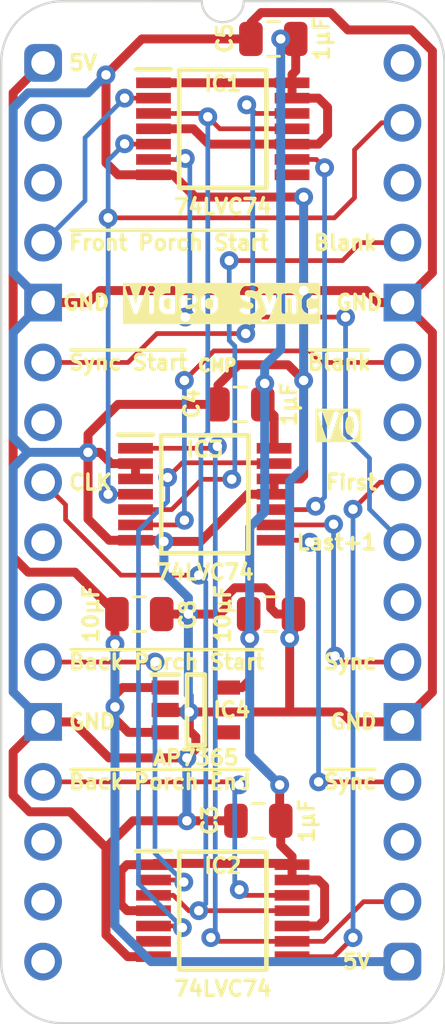
<source format=kicad_pcb>
(kicad_pcb (version 20241229) (generator "pcbnew") (generator_version "9.0")
  (title_block (title "Blank and Sync") (date "2024-02-25") (rev "V0"))
  (layers (0 "F.Cu" signal) (2 "B.Cu" signal) (13 "F.Paste" user) (15 "B.Paste" user) (5 "F.SilkS" user "F.Silkscreen") (7 "B.SilkS" user "B.Silkscreen") (1 "F.Mask" user) (3 "B.Mask" user) (25 "Edge.Cuts" user))
  (net 0 "")
  (net 1 "GND")
  (net 2 "5V")
  (net 3 "/3.3V")
  (net 5 "~{Sync Start} _{CMP}")
  (net 12 "Last + 1")
  (net 14 "/~{Sync Start}")
  (net 15 "~{Front Porch Start}")
  (net 16 "CLK")
  (net 17 "/~{Back Porch Start}")
  (net 19 "~{Front Porch Start} _{CMP}")
  (net 20 "~{Back Porch End}")
  (net 21 "~{Back Porch Start} _{CMP}")
  (net 22 "~{Back Porch End} _{CMP}")
  (net 23 "First")
  (net 24 "~{Sync}")
  (net 32 "~{Blank}")
  (net 33 "Sync")
  (net 34 "Blank")
  (footprint "SamacSys_Parts:C_0805" (layer "F.Cu") (at 9.652 23.368 -90)
    (property "Reference" "C10" (hide yes))
    (property "Value" "10µF" (at 0 2.032 90) (layer "F.SilkS") (effects (font (size 0.635 0.635))))
    (fp_line (start -0.735 0.245252) (end -0.735 -0.277252) (stroke (width 0.12)) (layer "F.SilkS"))
    (fp_line (start 0.735 0.245252) (end 0.735 -0.277252) (stroke (width 0.12)) (layer "F.SilkS"))
    (pad "1" smd roundrect (at 0 0.934) (size 1 1.45) (layers "F.Cu" "F.Mask" "F.Paste") (net 3 "/3.3V"))
    (pad "2" smd roundrect (at 0 -0.966) (size 1 1.45) (layers "F.Cu" "F.Mask" "F.Paste") (net 1 "GND"))
  )
  (footprint "SamacSys_Parts:C_0805" (layer "F.Cu") (at 9.144 32.131 90)
    (property "Reference" "C3" (at 0.027 -2.075 90) (layer "F.SilkS") (effects (font (size 0.635 0.635))))
    (property "Value" "1μF" (at 0 2.032 90) (layer "F.SilkS") (effects (font (size 0.635 0.635))))
    (fp_line (start 0.735 0.245252) (end 0.735 -0.277252) (stroke (width 0.12)) (layer "F.SilkS"))
    (fp_line (start -0.735 0.245252) (end -0.735 -0.277252) (stroke (width 0.12)) (layer "F.SilkS"))
    (pad "1" smd roundrect (at 0 0.934 180) (size 1 1.45) (layers "F.Cu" "F.Mask" "F.Paste") (net 3 "/3.3V"))
    (pad "2" smd roundrect (at 0 -0.966 180) (size 1 1.45) (layers "F.Cu" "F.Mask" "F.Paste") (net 1 "GND"))
  )
  (footprint "SamacSys_Parts:SOP65P640X110-14N" (layer "F.Cu") (at 7.62 2.794)
    (property "Reference" "IC1" (at 0 -1.905 0) (layer "F.SilkS") (effects (font (size 0.635 0.635))))
    (property "Value" "74LVC74APW,118" (hide yes))
    (fp_line (start -3.675 -2.525) (end -2.2 -2.525) (stroke (width 0.2)) (layer "F.SilkS"))
    (fp_line (start -1.85 -2.5) (end 1.85 -2.5) (stroke (width 0.2)) (layer "F.SilkS"))
    (fp_line (start -1.85 2.5) (end -1.85 -2.5) (stroke (width 0.2)) (layer "F.SilkS"))
    (fp_line (start 1.85 -2.5) (end 1.85 2.5) (stroke (width 0.2)) (layer "F.SilkS"))
    (fp_line (start 1.85 2.5) (end -1.85 2.5) (stroke (width 0.2)) (layer "F.SilkS"))
    (fp_text user "${Silkscreen}" (at 0 3.302 0) (layer "F.SilkS") (effects (font (size 0.635 0.635))))
    (pad "1" smd rect (at -2.938 -1.95 90) (size 0.45 1.475) (layers "F.Cu" "F.Mask" "F.Paste") (net 3 "/3.3V"))
    (pad "2" smd rect (at -2.938 -1.3 90) (size 0.45 1.475) (layers "F.Cu" "F.Mask" "F.Paste") (net 19 "~{Front Porch Start} _{CMP}"))
    (pad "3" smd rect (at -2.938 -0.65 90) (size 0.45 1.475) (layers "F.Cu" "F.Mask" "F.Paste") (net 16 "CLK"))
    (pad "4" smd rect (at -2.938 0 90) (size 0.45 1.475) (layers "F.Cu" "F.Mask" "F.Paste") (net 3 "/3.3V"))
    (pad "5" smd rect (at -2.938 0.65 90) (size 0.45 1.475) (layers "F.Cu" "F.Mask" "F.Paste") (net 15 "~{Front Porch Start}"))
    (pad "6" smd rect (at -2.938 1.3 90) (size 0.45 1.475) (layers "F.Cu" "F.Mask" "F.Paste") (net 12 "Last + 1"))
    (pad "7" smd rect (at -2.938 1.95 90) (size 0.45 1.475) (layers "F.Cu" "F.Mask" "F.Paste") (net 1 "GND"))
    (pad "8" smd rect (at 2.938 1.95 90) (size 0.45 1.475) (layers "F.Cu" "F.Mask" "F.Paste"))
    (pad "9" smd rect (at 2.938 1.3 90) (size 0.45 1.475) (layers "F.Cu" "F.Mask" "F.Paste") (net 14 "/~{Sync Start}"))
    (pad "10" smd rect (at 2.938 0.65 90) (size 0.45 1.475) (layers "F.Cu" "F.Mask" "F.Paste") (net 3 "/3.3V"))
    (pad "11" smd rect (at 2.938 0 90) (size 0.45 1.475) (layers "F.Cu" "F.Mask" "F.Paste") (net 16 "CLK"))
    (pad "12" smd rect (at 2.938 -0.65 90) (size 0.45 1.475) (layers "F.Cu" "F.Mask" "F.Paste") (net 5 "~{Sync Start} _{CMP}"))
    (pad "13" smd rect (at 2.938 -1.3 90) (size 0.45 1.475) (layers "F.Cu" "F.Mask" "F.Paste") (net 3 "/3.3V"))
    (pad "14" smd rect (at 2.938 -1.95 90) (size 0.45 1.475) (layers "F.Cu" "F.Mask" "F.Paste") (net 3 "/3.3V"))
  )
  (footprint "SamacSys_Parts:DIP-32_Board_W15.24mm" (layer "F.Cu") (at 0 0)
    (property "Reference" "J1" (hide yes))
    (property "Value" "Conn_02x16_Counter_Clockwise" (hide yes))
    (fp_line (start -1.778 38.1) (end -1.778 0) (stroke (width 0.1)) (layer "Edge.Cuts"))
    (fp_line (start 6.731 -2.6162) (end 0.835732 -2.613732) (stroke (width 0.1)) (layer "Edge.Cuts"))
    (fp_line (start 14.404267 -2.613733) (end 8.509 -2.6162) (stroke (width 0.1)) (layer "Edge.Cuts"))
    (fp_line (start 14.404268 40.713732) (end 0.835733 40.713733) (stroke (width 0.1)) (layer "Edge.Cuts"))
    (fp_line (start 17.018 38.1) (end 17.017999 -0.000001) (stroke (width 0.1)) (layer "Edge.Cuts"))
    (fp_arc (start -1.778 0) (mid -1.012456 -1.848188) (end 0.835732 -2.613732) (stroke (width 0.1)) (layer "Edge.Cuts"))
    (fp_arc (start 0.835733 40.713733) (mid -1.012457 39.94819) (end -1.778 38.1) (stroke (width 0.1)) (layer "Edge.Cuts"))
    (fp_arc (start 8.509 -2.6162) (mid 7.62 -1.7272) (end 6.731 -2.6162) (stroke (width 0.1)) (layer "Edge.Cuts"))
    (fp_arc (start 14.404267 -2.613733) (mid 16.25245 -1.848186) (end 17.017999 -0.000001) (stroke (width 0.1)) (layer "Edge.Cuts"))
    (fp_arc (start 17.018 38.1) (mid 16.252456 39.948187) (end 14.404268 40.713732) (stroke (width 0.1)) (layer "Edge.Cuts"))
    (pad "1" thru_hole roundrect (at 0 0) (size 1.6 1.6) (drill 1) (layers "*.Cu" "*.Mask") (net 2 "5V"))
    (pad "2" thru_hole oval (at 0 2.54) (size 1.6 1.6) (drill 1) (layers "*.Cu" "*.Mask"))
    (pad "3" thru_hole oval (at 0 5.08) (size 1.6 1.6) (drill 1) (layers "*.Cu" "*.Mask"))
    (pad "4" thru_hole oval (at 0 7.62) (size 1.6 1.6) (drill 1) (layers "*.Cu" "*.Mask") (net 19 "~{Front Porch Start} _{CMP}"))
    (pad "5" thru_hole rect (at 0 10.16) (size 1.6 1.6) (drill 1) (layers "*.Cu" "*.Mask") (net 1 "GND"))
    (pad "6" thru_hole oval (at 0 12.7) (size 1.6 1.6) (drill 1) (layers "*.Cu" "*.Mask") (net 5 "~{Sync Start} _{CMP}"))
    (pad "7" thru_hole oval (at 0 15.24) (size 1.6 1.6) (drill 1) (layers "*.Cu" "*.Mask"))
    (pad "8" thru_hole oval (at 0 17.78) (size 1.6 1.6) (drill 1) (layers "*.Cu" "*.Mask") (net 16 "CLK"))
    (pad "9" thru_hole oval (at 0 20.32) (size 1.6 1.6) (drill 1) (layers "*.Cu" "*.Mask"))
    (pad "10" thru_hole oval (at 0 22.86) (size 1.6 1.6) (drill 1) (layers "*.Cu" "*.Mask"))
    (pad "11" thru_hole oval (at 0 25.4) (size 1.6 1.6) (drill 1) (layers "*.Cu" "*.Mask") (net 21 "~{Back Porch Start} _{CMP}"))
    (pad "12" thru_hole rect (at 0 27.94) (size 1.6 1.6) (drill 1) (layers "*.Cu" "*.Mask") (net 1 "GND"))
    (pad "13" thru_hole oval (at 0 30.48) (size 1.6 1.6) (drill 1) (layers "*.Cu" "*.Mask") (net 22 "~{Back Porch End} _{CMP}"))
    (pad "14" thru_hole oval (at 0 33.02) (size 1.6 1.6) (drill 1) (layers "*.Cu" "*.Mask"))
    (pad "15" thru_hole oval (at 0 35.56) (size 1.6 1.6) (drill 1) (layers "*.Cu" "*.Mask"))
    (pad "16" thru_hole oval (at 0 38.1) (size 1.6 1.6) (drill 1) (layers "*.Cu" "*.Mask"))
    (pad "17" thru_hole roundrect (at 15.24 38.1) (size 1.6 1.6) (drill 1) (layers "*.Cu" "*.Mask") (net 2 "5V"))
    (pad "18" thru_hole oval (at 15.24 35.56 180) (size 1.6 1.6) (drill 1) (layers "*.Cu" "*.Mask") (net 20 "~{Back Porch End}"))
    (pad "19" thru_hole oval (at 15.24 33.02 180) (size 1.6 1.6) (drill 1) (layers "*.Cu" "*.Mask"))
    (pad "20" thru_hole oval (at 15.24 30.48 180) (size 1.6 1.6) (drill 1) (layers "*.Cu" "*.Mask") (net 24 "~{Sync}"))
    (pad "21" thru_hole rect (at 15.24 27.94) (size 1.6 1.6) (drill 1) (layers "*.Cu" "*.Mask") (net 1 "GND"))
    (pad "22" thru_hole oval (at 15.24 25.4) (size 1.6 1.6) (drill 1) (layers "*.Cu" "*.Mask") (net 33 "Sync"))
    (pad "23" thru_hole oval (at 15.24 22.86) (size 1.6 1.6) (drill 1) (layers "*.Cu" "*.Mask"))
    (pad "24" thru_hole oval (at 15.24 20.32) (size 1.6 1.6) (drill 1) (layers "*.Cu" "*.Mask") (net 12 "Last + 1"))
    (pad "25" thru_hole oval (at 15.24 17.78) (size 1.6 1.6) (drill 1) (layers "*.Cu" "*.Mask") (net 23 "First"))
    (pad "26" thru_hole oval (at 15.24 15.24) (size 1.6 1.6) (drill 1) (layers "*.Cu" "*.Mask"))
    (pad "27" thru_hole oval (at 15.24 12.7) (size 1.6 1.6) (drill 1) (layers "*.Cu" "*.Mask") (net 32 "~{Blank}"))
    (pad "28" thru_hole rect (at 15.24 10.16) (size 1.6 1.6) (drill 1) (layers "*.Cu" "*.Mask") (net 1 "GND"))
    (pad "29" thru_hole oval (at 15.24 7.62) (size 1.6 1.6) (drill 1) (layers "*.Cu" "*.Mask") (net 34 "Blank"))
    (pad "30" thru_hole oval (at 15.24 5.08) (size 1.6 1.6) (drill 1) (layers "*.Cu" "*.Mask"))
    (pad "31" thru_hole oval (at 15.24 2.54) (size 1.6 1.6) (drill 1) (layers "*.Cu" "*.Mask") (net 15 "~{Front Porch Start}"))
    (pad "32" thru_hole oval (at 15.24 0) (size 1.6 1.6) (drill 1) (layers "*.Cu" "*.Mask"))
  )
  (footprint "SamacSys_Parts:C_0805" (layer "F.Cu") (at 9.779 -1.016 90)
    (property "Reference" "C5" (at 0.027 -2.075 90) (layer "F.SilkS") (effects (font (size 0.635 0.635))))
    (property "Value" "1μF" (at 0 2.032 90) (layer "F.SilkS") (effects (font (size 0.635 0.635))))
    (fp_line (start 0.735 0.245252) (end 0.735 -0.277252) (stroke (width 0.12)) (layer "F.SilkS"))
    (fp_line (start -0.735 0.245252) (end -0.735 -0.277252) (stroke (width 0.12)) (layer "F.SilkS"))
    (pad "1" smd roundrect (at 0 0.934 180) (size 1 1.45) (layers "F.Cu" "F.Mask" "F.Paste") (net 3 "/3.3V"))
    (pad "2" smd roundrect (at 0 -0.966 180) (size 1 1.45) (layers "F.Cu" "F.Mask" "F.Paste") (net 1 "GND"))
  )
  (footprint "SamacSys_Parts:SOT95P285X130-5N" (layer "F.Cu") (at 6.477 27.432)
    (property "Reference" "IC4" (at 1.524 0 0) (layer "F.SilkS") (effects (font (size 0.635 0.635))))
    (property "Value" "AP7365-33WG-7" (hide yes))
    (fp_line (start -1.875 -1.5) (end -0.725 -1.5) (stroke (width 0.2)) (layer "F.SilkS"))
    (fp_line (start -0.375 -1.5) (end 0.375 -1.5) (stroke (width 0.2)) (layer "F.SilkS"))
    (fp_line (start -0.375 1.5) (end -0.375 -1.5) (stroke (width 0.2)) (layer "F.SilkS"))
    (fp_line (start 0.375 -1.5) (end 0.375 1.5) (stroke (width 0.2)) (layer "F.SilkS"))
    (fp_line (start 0.375 1.5) (end -0.375 1.5) (stroke (width 0.2)) (layer "F.SilkS"))
    (fp_text user "${Silkscreen}" (at 0 2.032 0) (layer "F.SilkS") (effects (font (size 0.635 0.635))))
    (pad "1" smd rect (at -1.3 -0.95 90) (size 0.6 1.15) (layers "F.Cu" "F.Mask" "F.Paste") (net 2 "5V"))
    (pad "2" smd rect (at -1.3 0 90) (size 0.6 1.15) (layers "F.Cu" "F.Mask" "F.Paste") (net 1 "GND"))
    (pad "3" smd rect (at -1.3 0.95 90) (size 0.6 1.15) (layers "F.Cu" "F.Mask" "F.Paste") (net 2 "5V"))
    (pad "4" smd rect (at 1.3 0.95 90) (size 0.6 1.15) (layers "F.Cu" "F.Mask" "F.Paste"))
    (pad "5" smd rect (at 1.3 -0.95 90) (size 0.6 1.15) (layers "F.Cu" "F.Mask" "F.Paste") (net 3 "/3.3V"))
  )
  (footprint "SamacSys_Parts:SOP65P640X110-14N" (layer "F.Cu") (at 6.858 18.288)
    (property "Reference" "IC3" (at 0 -1.905 0) (layer "F.SilkS") (effects (font (size 0.635 0.635))))
    (property "Value" "74LVC74APW,118" (hide yes))
    (fp_line (start -3.675 -2.525) (end -2.2 -2.525) (stroke (width 0.2)) (layer "F.SilkS"))
    (fp_line (start -1.85 -2.5) (end 1.85 -2.5) (stroke (width 0.2)) (layer "F.SilkS"))
    (fp_line (start -1.85 2.5) (end -1.85 -2.5) (stroke (width 0.2)) (layer "F.SilkS"))
    (fp_line (start 1.85 -2.5) (end 1.85 2.5) (stroke (width 0.2)) (layer "F.SilkS"))
    (fp_line (start 1.85 2.5) (end -1.85 2.5) (stroke (width 0.2)) (layer "F.SilkS"))
    (fp_text user "${Silkscreen}" (at 0 3.302 0) (layer "F.SilkS") (effects (font (size 0.635 0.635))))
    (pad "1" smd rect (at -2.938 -1.95 90) (size 0.45 1.475) (layers "F.Cu" "F.Mask" "F.Paste") (net 20 "~{Back Porch End}"))
    (pad "2" smd rect (at -2.938 -1.3 90) (size 0.45 1.475) (layers "F.Cu" "F.Mask" "F.Paste") (net 1 "GND"))
    (pad "3" smd rect (at -2.938 -0.65 90) (size 0.45 1.475) (layers "F.Cu" "F.Mask" "F.Paste") (net 1 "GND"))
    (pad "4" smd rect (at -2.938 0 90) (size 0.45 1.475) (layers "F.Cu" "F.Mask" "F.Paste") (net 15 "~{Front Porch Start}"))
    (pad "5" smd rect (at -2.938 0.65 90) (size 0.45 1.475) (layers "F.Cu" "F.Mask" "F.Paste") (net 34 "Blank"))
    (pad "6" smd rect (at -2.938 1.3 90) (size 0.45 1.475) (layers "F.Cu" "F.Mask" "F.Paste") (net 32 "~{Blank}"))
    (pad "7" smd rect (at -2.938 1.95 90) (size 0.45 1.475) (layers "F.Cu" "F.Mask" "F.Paste") (net 1 "GND"))
    (pad "8" smd rect (at 2.938 1.95 90) (size 0.45 1.475) (layers "F.Cu" "F.Mask" "F.Paste") (net 24 "~{Sync}"))
    (pad "9" smd rect (at 2.938 1.3 90) (size 0.45 1.475) (layers "F.Cu" "F.Mask" "F.Paste") (net 33 "Sync"))
    (pad "10" smd rect (at 2.938 0.65 90) (size 0.45 1.475) (layers "F.Cu" "F.Mask" "F.Paste") (net 14 "/~{Sync Start}"))
    (pad "11" smd rect (at 2.938 0 90) (size 0.45 1.475) (layers "F.Cu" "F.Mask" "F.Paste") (net 1 "GND"))
    (pad "12" smd rect (at 2.938 -0.65 90) (size 0.45 1.475) (layers "F.Cu" "F.Mask" "F.Paste") (net 1 "GND"))
    (pad "13" smd rect (at 2.938 -1.3 90) (size 0.45 1.475) (layers "F.Cu" "F.Mask" "F.Paste") (net 17 "/~{Back Porch Start}"))
    (pad "14" smd rect (at 2.938 -1.95 90) (size 0.45 1.475) (layers "F.Cu" "F.Mask" "F.Paste") (net 3 "/3.3V"))
  )
  (footprint "SamacSys_Parts:C_0805" (layer "F.Cu") (at 8.382 14.478 90)
    (property "Reference" "C4" (at 0.027 -2.075 90) (layer "F.SilkS") (effects (font (size 0.635 0.635))))
    (property "Value" "1μF" (at 0 2.032 90) (layer "F.SilkS") (effects (font (size 0.635 0.635))))
    (fp_line (start 0.735 0.245252) (end 0.735 -0.277252) (stroke (width 0.12)) (layer "F.SilkS"))
    (fp_line (start -0.735 0.245252) (end -0.735 -0.277252) (stroke (width 0.12)) (layer "F.SilkS"))
    (pad "1" smd roundrect (at 0 0.934 180) (size 1 1.45) (layers "F.Cu" "F.Mask" "F.Paste") (net 3 "/3.3V"))
    (pad "2" smd roundrect (at 0 -0.966 180) (size 1 1.45) (layers "F.Cu" "F.Mask" "F.Paste") (net 1 "GND"))
  )
  (footprint "SamacSys_Parts:SOP65P640X110-14N" (layer "F.Cu") (at 7.62 35.941)
    (property "Reference" "IC2" (at 0 -1.905 0) (layer "F.SilkS") (effects (font (size 0.635 0.635))))
    (property "Value" "74LVC74APW,118" (hide yes))
    (fp_line (start -3.675 -2.525) (end -2.2 -2.525) (stroke (width 0.2)) (layer "F.SilkS"))
    (fp_line (start -1.85 -2.5) (end 1.85 -2.5) (stroke (width 0.2)) (layer "F.SilkS"))
    (fp_line (start -1.85 2.5) (end -1.85 -2.5) (stroke (width 0.2)) (layer "F.SilkS"))
    (fp_line (start 1.85 -2.5) (end 1.85 2.5) (stroke (width 0.2)) (layer "F.SilkS"))
    (fp_line (start 1.85 2.5) (end -1.85 2.5) (stroke (width 0.2)) (layer "F.SilkS"))
    (fp_text user "${Silkscreen}" (at 0 3.302 0) (layer "F.SilkS") (effects (font (size 0.635 0.635))))
    (pad "1" smd rect (at -2.938 -1.95 90) (size 0.45 1.475) (layers "F.Cu" "F.Mask" "F.Paste") (net 3 "/3.3V"))
    (pad "2" smd rect (at -2.938 -1.3 90) (size 0.45 1.475) (layers "F.Cu" "F.Mask" "F.Paste") (net 21 "~{Back Porch Start} _{CMP}"))
    (pad "3" smd rect (at -2.938 -0.65 90) (size 0.45 1.475) (layers "F.Cu" "F.Mask" "F.Paste") (net 16 "CLK"))
    (pad "4" smd rect (at -2.938 0 90) (size 0.45 1.475) (layers "F.Cu" "F.Mask" "F.Paste") (net 3 "/3.3V"))
    (pad "5" smd rect (at -2.938 0.65 90) (size 0.45 1.475) (layers "F.Cu" "F.Mask" "F.Paste") (net 17 "/~{Back Porch Start}"))
    (pad "6" smd rect (at -2.938 1.3 90) (size 0.45 1.475) (layers "F.Cu" "F.Mask" "F.Paste"))
    (pad "7" smd rect (at -2.938 1.95 90) (size 0.45 1.475) (layers "F.Cu" "F.Mask" "F.Paste") (net 1 "GND"))
    (pad "8" smd rect (at 2.938 1.95 90) (size 0.45 1.475) (layers "F.Cu" "F.Mask" "F.Paste") (net 23 "First"))
    (pad "9" smd rect (at 2.938 1.3 90) (size 0.45 1.475) (layers "F.Cu" "F.Mask" "F.Paste") (net 20 "~{Back Porch End}"))
    (pad "10" smd rect (at 2.938 0.65 90) (size 0.45 1.475) (layers "F.Cu" "F.Mask" "F.Paste") (net 3 "/3.3V"))
    (pad "11" smd rect (at 2.938 0 90) (size 0.45 1.475) (layers "F.Cu" "F.Mask" "F.Paste") (net 16 "CLK"))
    (pad "12" smd rect (at 2.938 -0.65 90) (size 0.45 1.475) (layers "F.Cu" "F.Mask" "F.Paste") (net 22 "~{Back Porch End} _{CMP}"))
    (pad "13" smd rect (at 2.938 -1.3 90) (size 0.45 1.475) (layers "F.Cu" "F.Mask" "F.Paste") (net 3 "/3.3V"))
    (pad "14" smd rect (at 2.938 -1.95 90) (size 0.45 1.475) (layers "F.Cu" "F.Mask" "F.Paste") (net 3 "/3.3V"))
  )
  (footprint "SamacSys_Parts:C_0805" (layer "F.Cu") (at 4.064 23.368 -90)
    (property "Reference" "C8" (at 0.027 -2.075 90) (layer "F.SilkS") (effects (font (size 0.635 0.635))))
    (property "Value" "10µF" (at 0 2.032 90) (layer "F.SilkS") (effects (font (size 0.635 0.635))))
    (fp_line (start -0.735 0.245252) (end -0.735 -0.277252) (stroke (width 0.12)) (layer "F.SilkS"))
    (fp_line (start 0.735 0.245252) (end 0.735 -0.277252) (stroke (width 0.12)) (layer "F.SilkS"))
    (pad "1" smd roundrect (at 0 0.934) (size 1 1.45) (layers "F.Cu" "F.Mask" "F.Paste") (net 2 "5V"))
    (pad "2" smd roundrect (at 0 -0.966) (size 1 1.45) (layers "F.Cu" "F.Mask" "F.Paste") (net 1 "GND"))
  )
  (footprint "SamacSys_Parts:PinHeader_1x16_P2.54mm_Vertical" (layer "B.Cu") (at 15.24 0 180)
    (property "Reference" "J3" (hide yes))
    (property "Value" "Pin_Header_01x16")
  )
  (footprint "SamacSys_Parts:PinHeader_1x16_P2.54mm_Vertical" (layer "B.Cu") (at 0 0 180)
    (property "Reference" "J2" (hide yes))
    (property "Value" "Pin_Header_01x16")
  )
  (gr_text "First" (at 14.224 17.78 0) (layer "F.SilkS") (effects (font (size 0.635 0.635) (thickness 0.15) (bold yes)) (justify right)))
  (gr_text "GND" (at 0.762 10.16 0) (layer "F.SilkS") (effects (font (size 0.635 0.635) (thickness 0.15) (bold yes)) (justify left)))
  (gr_text "~{Sync Start} _{CMP}" (at 1.016 12.7 0) (layer "F.SilkS") (effects (font (size 0.635 0.635) (thickness 0.15) (bold yes)) (justify left)))
  (gr_text "CLK" (at 1.016 17.78 0) (layer "F.SilkS") (effects (font (size 0.635 0.635) (thickness 0.15) (bold yes)) (justify left)))
  (gr_text "~{Back Porch Start}" (at 1.016 25.4 0) (layer "F.SilkS") (effects (font (size 0.635 0.635) (thickness 0.15) (bold yes)) (justify left)))
  (gr_text "Sync" (at 14.224 25.4 0) (layer "F.SilkS") (effects (font (size 0.635 0.635) (thickness 0.15) (bold yes)) (justify right)))
  (gr_text "Video Sync" (at 7.62 10.668 0) (layer "F.SilkS" knockout) (effects (font (size 1 1) (thickness 0.2) (bold yes)) (justify bottom)))
  (gr_text "~{Blank}" (at 13.97 12.7 0) (layer "F.SilkS") (effects (font (size 0.635 0.635) (thickness 0.15) (bold yes)) (justify right)))
  (gr_text "5V" (at 1.016 0 0) (layer "F.SilkS") (effects (font (size 0.635 0.635) (thickness 0.15) (bold yes)) (justify left)))
  (gr_text "~{Back Porch End}" (at 1.016 30.48 0) (layer "F.SilkS") (effects (font (size 0.635 0.635) (thickness 0.15) (bold yes)) (justify left)))
  (gr_text "GND" (at 14.478 10.16 0) (layer "F.SilkS") (effects (font (size 0.635 0.635) (thickness 0.15) (bold yes)) (justify right)))
  (gr_text "~{Front Porch Start}" (at 1.016 7.62 0) (layer "F.SilkS") (effects (font (size 0.635 0.635) (thickness 0.15) (bold yes)) (justify left)))
  (gr_text "V0" (at 12.573 16.002 0) (layer "F.SilkS" knockout) (effects (font (size 1 1) (thickness 0.2) (bold yes)) (justify bottom)))
  (gr_text "Blank" (at 14.224 7.62 0) (layer "F.SilkS") (effects (font (size 0.635 0.635) (thickness 0.15) (bold yes)) (justify right)))
  (gr_text "~{Sync}" (at 14.224 30.48 0) (layer "F.SilkS") (effects (font (size 0.635 0.635) (thickness 0.15) (bold yes)) (justify right)))
  (gr_text "GND" (at 1.016 27.94 0) (layer "F.SilkS") (effects (font (size 0.635 0.635) (thickness 0.15) (bold yes)) (justify left)))
  (gr_text "Last+1" (at 14.224 20.32 0) (layer "F.SilkS") (effects (font (size 0.635 0.635) (thickness 0.15) (bold yes)) (justify right)))
  (gr_text "GND" (at 14.224 27.94 0) (layer "F.SilkS") (effects (font (size 0.635 0.635) (thickness 0.15) (bold yes)) (justify right)))
  (gr_text "5V" (at 13.97 38.1 0) (layer "F.SilkS") (effects (font (size 0.635 0.635) (thickness 0.15) (bold yes)) (justify right)))
  (segment (start 6.450521 5.688521) (end 11.049 5.688521) (width 0.38) (layer "F.Cu") (net 1))
  (segment (start 2.667 4.236) (end 3.175 4.744) (width 0.38) (layer "F.Cu") (net 1))
  (segment (start 11.049 17.5025) (end 11.049 13.462) (width 0.38) (layer "F.Cu") (net 1))
  (segment (start 7.416 13.666) (end 8.283 12.799) (width 0.38) (layer "F.Cu") (net 1))
  (segment (start -1.27 29.21) (end -1.27 31.052915) (width 0.38) (layer "F.Cu") (net 1))
  (segment (start 10.618 23.368) (end 10.618 24.222856) (width 0.38) (layer "F.Cu") (net 1))
  (segment (start 1.905 16.51) (end 2.413 16.51) (width 0.38) (layer "F.Cu") (net 1))
  (segment (start 12.192 -2.131) (end 9.243 -2.131) (width 0.38) (layer "F.Cu") (net 1))
  (segment (start 3.175 14.478) (end 1.905 15.748) (width 0.38) (layer "F.Cu") (net 1))
  (segment (start 15.621 -1.397) (end 12.926 -1.397) (width 0.38) (layer "F.Cu") (net 1))
  (segment (start 7.416 14.453771) (end 7.416 13.666) (width 0.38) (layer "F.Cu") (net 1))
  (segment (start 6.201 28.299) (end 6.477 28.575) (width 0.38) (layer "F.Cu") (net 1))
  (segment (start 7.794988 23.066012) (end 7.794988 22.586012) (width 0.38) (layer "F.Cu") (net 1))
  (segment (start 2.8025 20.238) (end 1.905 19.3405) (width 0.38) (layer "F.Cu") (net 1))
  (segment (start 3.5895 37.891) (end 4.682 37.891) (width 0.38) (layer "F.Cu") (net 1))
  (segment (start 2.413 16.51) (end 2.891 16.988) (width 0.38) (layer "F.Cu") (net 1))
  (segment (start 14.224 10.16) (end 13.716 9.652) (width 0.38) (layer "F.Cu") (net 1))
  (segment (start 8.128 22.253) (end 9.398 22.253) (width 0.38) (layer "F.Cu") (net 1))
  (segment (start 9.652 23.114) (end 9.906 23.368) (width 0.38) (layer "F.Cu") (net 1))
  (segment (start 6.201017 27.51614) (end 6.201 27.516123) (width 0.38) (layer "F.Cu") (net 1))
  (segment (start 2.667 36.9685) (end 3.5895 37.891) (width 0.38) (layer "F.Cu") (net 1))
  (segment (start 16.51 11.43) (end 16.51 26.67) (width 0.38) (layer "F.Cu") (net 1))
  (segment (start 15.24 10.16) (end 14.224 10.16) (width 0.38) (layer "F.Cu") (net 1))
  (segment (start -0.572915 31.75) (end 1.143 31.75) (width 0.38) (layer "F.Cu") (net 1))
  (segment (start 7.794988 22.586012) (end 8.128 22.253) (width 0.38) (layer "F.Cu") (net 1))
  (segment (start 5.506 4.744) (end 6.450521 5.688521) (width 0.38) (layer "F.Cu") (net 1))
  (segment (start 1.143 31.75) (end 2.667 33.274) (width 0.38) (layer "F.Cu") (net 1))
  (segment (start 9.243 -2.131) (end 8.813 -1.701) (width 0.38) (layer "F.Cu") (net 1))
  (segment (start 5.074964 20.238) (end 5.125 20.288036) (width 0.38) (layer "F.Cu") (net 1))
  (segment (start 15.24 27.94) (end 13.081 27.94) (width 0.38) (layer "F.Cu") (net 1))
  (segment (start 3.81 32.131) (end 2.667 33.274) (width 0.38) (layer "F.Cu") (net 1))
  (segment (start 5.03 23.368) (end 6.161 23.368) (width 0.38) (layer "F.Cu") (net 1))
  (segment (start 8.6785 18.288) (end 6.678464 20.288036) (width 0.38) (layer "F.Cu") (net 1))
  (segment (start 1.905 15.748) (end 1.905 16.51) (width 0.38) (layer "F.Cu") (net 1))
  (segment (start 0 27.94) (end 1.27 27.94) (width 0.38) (layer "F.Cu") (net 1))
  (segment (start 10.456856 27.51614) (end 6.201017 27.51614) (width 0.38) (layer "F.Cu") (net 1))
  (segment (start 2.667 0.508) (end 2.667 4.236) (width 0.38) (layer "F.Cu") (net 1))
  (segment (start 16.51 -0.508) (end 15.621 -1.397) (width 0.38) (layer "F.Cu") (net 1))
  (segment (start 7.493 23.368) (end 7.794988 23.066012) (width 0.38) (layer "F.Cu") (net 1))
  (segment (start 9.398 22.253) (end 9.652 22.507) (width 0.38) (layer "F.Cu") (net 1))
  (segment (start 9.796 18.288) (end 8.6785 18.288) (width 0.38) (layer "F.Cu") (net 1))
  (segment (start 1.905 10.16) (end 0 10.16) (width 0.38) (layer "F.Cu") (net 1))
  (segment (start 15.24 10.16) (end 16.51 11.43) (width 0.38) (layer "F.Cu") (net 1))
  (segment (start 13.716 9.652) (end 11.049 9.652) (width 0.38) (layer "F.Cu") (net 1))
  (segment (start 3.175 4.744) (end 4.682 4.744) (width 0.38) (layer "F.Cu") (net 1))
  (segment (start 1.27 27.94) (end 2.794 29.464) (width 0.38) (layer "F.Cu") (net 1))
  (segment (start 6.477 29.083) (end 6.477 28.575) (width 0.38) (layer "F.Cu") (net 1))
  (segment (start -1.27 31.052915) (end -0.572915 31.75) (width 0.38) (layer "F.Cu") (net 1))
  (segment (start 9.796 17.638) (end 9.796 18.288) (width 0.38) (layer "F.Cu") (net 1))
  (segment (start 10.9135 17.638) (end 11.049 17.5025) (width 0.38) (layer "F.Cu") (net 1))
  (segment (start 4.682 4.744) (end 5.506 4.744) (width 0.38) (layer "F.Cu") (net 1))
  (segment (start 1.905 19.3405) (end 1.905 16.51) (width 0.38) (layer "F.Cu") (net 1))
  (segment (start 5.261123 27.516123) (end 6.201 27.516123) (width 0.38) (layer "F.Cu") (net 1))
  (segment (start 8.813 -1.701) (end 8.813 -1.016) (width 0.38) (layer "F.Cu") (net 1))
  (segment (start 8.813 -1.016) (end 4.191 -1.016) (width 0.38) (layer "F.Cu") (net 1))
  (segment (start 3.92 16.988) (end 3.92 17.638) (width 0.38) (layer "F.Cu") (net 1))
  (segment (start 3.92 20.238) (end 2.8025 20.238) (width 0.38) (layer "F.Cu") (net 1))
  (segment (start 12.926 -1.397) (end 12.192 -2.131) (width 0.38) (layer "F.Cu") (net 1))
  (segment (start 6.161 23.368) (end 7.493 23.368) (width 0.38) (layer "F.Cu") (net 1))
  (segment (start 2.667 33.274) (end 2.667 36.9685) (width 0.38) (layer "F.Cu") (net 1))
  (segment (start 3.92 20.238) (end 5.074964 20.238) (width 0.38) (layer "F.Cu") (net 1))
  (segment (start 16.51 26.67) (end 15.24 27.94) (width 0.38) (layer "F.Cu") (net 1))
  (segment (start 15.24 10.16) (end 16.51 8.89) (width 0.38) (layer "F.Cu") (net 1))
  (segment (start 10.456856 24.384) (end 10.456856 27.51614) (width 0.38) (layer "F.Cu") (net 1))
  (segment (start 10.618 24.222856) (end 10.456856 24.384) (width 0.38) (layer "F.Cu") (net 1))
  (segment (start 8.283 12.799) (end 10.386 12.799) (width 0.38) (layer "F.Cu") (net 1))
  (segment (start 5.842 29.464) (end 6.096 29.464) (width 0.38) (layer "F.Cu") (net 1))
  (segment (start 12.65714 27.51614) (end 13.081 27.94) (width 0.38) (layer "F.Cu") (net 1))
  (segment (start 2.794 29.464) (end 5.842 29.464) (width 0.38) (layer "F.Cu") (net 1))
  (segment (start 6.201 27.516123) (end 6.201 28.299) (width 0.38) (layer "F.Cu") (net 1))
  (segment (start 11.049 9.652) (end 2.413 9.652) (width 0.38) (layer "F.Cu") (net 1))
  (segment (start 0 27.94) (end -1.27 29.21) (width 0.38) (layer "F.Cu") (net 1))
  (segment (start 6.096 29.464) (end 6.477 29.083) (width 0.38) (layer "F.Cu") (net 1))
  (segment (start 2.891 16.988) (end 3.92 16.988) (width 0.38) (layer "F.Cu") (net 1))
  (segment (start 4.191 -1.016) (end 2.667 0.508) (width 0.38) (layer "F.Cu") (net 1))
  (segment (start 10.456856 27.51614) (end 12.65714 27.51614) (width 0.38) (layer "F.Cu") (net 1))
  (segment (start 7.416 14.478) (end 3.175 14.478) (width 0.38) (layer "F.Cu") (net 1))
  (segment (start 6.678464 20.288036) (end 5.125 20.288036) (width 0.38) (layer "F.Cu") (net 1))
  (segment (start 2.413 9.652) (end 1.905 10.16) (width 0.38) (layer "F.Cu") (net 1))
  (segment (start 9.652 22.507) (end 9.652 23.114) (width 0.38) (layer "F.Cu") (net 1))
  (segment (start 9.796 17.638) (end 10.9135 17.638) (width 0.38) (layer "F.Cu") (net 1))
  (segment (start 6.096 32.131) (end 3.81 32.131) (width 0.38) (layer "F.Cu") (net 1))
  (segment (start 16.51 8.89) (end 16.51 -0.508) (width 0.38) (layer "F.Cu") (net 1))
  (segment (start 9.906 23.368) (end 10.618 23.368) (width 0.38) (layer "F.Cu") (net 1))
  (segment (start 10.386 12.799) (end 11.049 13.462) (width 0.38) (layer "F.Cu") (net 1))
  (segment (start 8.178 32.131) (end 6.096 32.131) (width 0.38) (layer "F.Cu") (net 1))
  (via (at 6.161 23.368) (size 0.8) (drill 0.4) (layers "F.Cu" "B.Cu") (net 1))
  (via (at 6.096 32.131) (size 0.8) (drill 0.4) (layers "F.Cu" "B.Cu") (net 1))
  (via (at 11.049 5.688521) (size 0.8) (drill 0.4) (layers "F.Cu" "B.Cu") (net 1))
  (via (at 5.125 20.288036) (size 0.8) (drill 0.4) (layers "F.Cu" "B.Cu") (net 1))
  (via (at 11.049 13.462) (size 0.8) (drill 0.4) (layers "F.Cu" "B.Cu") (net 1))
  (via (at 11.049 9.652) (size 0.8) (drill 0.4) (layers "F.Cu" "B.Cu") (net 1))
  (via (at 10.456856 24.384) (size 0.8) (drill 0.4) (layers "F.Cu" "B.Cu") (net 1))
  (via (at 2.667 0.508) (size 0.8) (drill 0.4) (layers "F.Cu" "B.Cu") (net 1))
  (via (at 6.096 29.464) (size 0.8) (drill 0.4) (layers "F.Cu" "B.Cu") (net 1))
  (via (at 6.201 27.516123) (size 0.8) (drill 0.4) (layers "F.Cu" "B.Cu") (net 1))
  (via (at 1.905 16.51) (size 0.8) (drill 0.4) (layers "F.Cu" "B.Cu") (net 1))
  (segment (start 6.161 22.671) (end 5.125 21.635) (width 0.38) (layer "B.Cu") (net 1))
  (segment (start 11.049 17.145) (end 10.456856 17.737144) (width 0.38) (layer "B.Cu") (net 1))
  (segment (start 11.049 9.652) (end 11.049 13.462) (width 0.38) (layer "B.Cu") (net 1))
  (segment (start 6.161 23.368) (end 6.161 26.797) (width 0.38) (layer "B.Cu") (net 1))
  (segment (start -1.27 1.905) (end -1.27 8.89) (width 0.38) (layer "B.Cu") (net 1))
  (segment (start -1.27 11.43) (end -1.27 15.875) (width 0.38) (layer "B.Cu") (net 1))
  (segment (start 1.905 16.51) (end -0.635 16.51) (width 0.38) (layer "B.Cu") (net 1))
  (segment (start -1.27 26.67) (end 0 27.94) (width 0.38) (layer "B.Cu") (net 1))
  (segment (start 2.667 0.508) (end 1.905 1.27) (width 0.38) (layer "B.Cu") (net 1))
  (segment (start -1.27 17.145) (end -0.635 16.51) (width 0.38) (layer "B.Cu") (net 1))
  (segment (start 11.049 13.462) (end 11.049 17.145) (width 0.38) (layer "B.Cu") (net 1))
  (segment (start -0.635 16.51) (end -1.27 15.875) (width 0.38) (layer "B.Cu") (net 1))
  (segment (start 10.456856 17.737144) (end 10.456856 24.384) (width 0.38) (layer "B.Cu") (net 1))
  (segment (start 6.201 27.516123) (end 6.201 26.837) (width 0.38) (layer "B.Cu") (net 1))
  (segment (start 1.905 1.27) (end -0.635 1.27) (width 0.38) (layer "B.Cu") (net 1))
  (segment (start -1.27 26.67) (end -1.27 17.145) (width 0.38) (layer "B.Cu") (net 1))
  (segment (start -0.635 1.27) (end -1.27 1.905) (width 0.38) (layer "B.Cu") (net 1))
  (segment (start 6.161 23.368) (end 6.161 22.671) (width 0.38) (layer "B.Cu") (net 1))
  (segment (start 6.096 29.464) (end 6.096 32.131) (width 0.38) (layer "B.Cu") (net 1))
  (segment (start 11.049 9.652) (end 11.049 5.688521) (width 0.38) (layer "B.Cu") (net 1))
  (segment (start 0 10.16) (end -1.27 11.43) (width 0.38) (layer "B.Cu") (net 1))
  (segment (start -1.27 8.89) (end 0 10.16) (width 0.38) (layer "B.Cu") (net 1))
  (segment (start 5.125 21.635) (end 5.125 20.288036) (width 0.38) (layer "B.Cu") (net 1))
  (segment (start 6.201 26.837) (end 6.161 26.797) (width 0.38) (layer "B.Cu") (net 1))
  (segment (start 3.617 28.382) (end 3.048 27.813) (width 0.38) (layer "F.Cu") (net 2))
  (segment (start -0.635 21.59) (end -1.27 20.955) (width 0.38) (layer "F.Cu") (net 2))
  (segment (start 3.048002 23.449998) (end 3.048002 24.637998) (width 0.38) (layer "F.Cu") (net 2))
  (segment (start 3.048 27.813) (end 3.048 27.305) (width 0.38) (layer "F.Cu") (net 2))
  (segment (start 5.177 26.482) (end 3.363 26.482) (width 0.38) (layer "F.Cu") (net 2))
  (segment (start -1.27 1.27) (end 0 0) (width 0.38) (layer "F.Cu") (net 2))
  (segment (start -1.27 20.955) (end -1.27 1.27) (width 0.38) (layer "F.Cu") (net 2))
  (segment (start 1.352 21.59) (end -0.635 21.59) (width 0.38) (layer "F.Cu") (net 2))
  (segment (start 5.177 28.382) (end 3.617 28.382) (width 0.38) (layer "F.Cu") (net 2))
  (segment (start 3.363 26.482) (end 3.048 26.797) (width 0.38) (layer "F.Cu") (net 2))
  (segment (start 3.13 23.368) (end 1.352 21.59) (width 0.38) (layer "F.Cu") (net 2))
  (segment (start 3.048 26.797) (end 3.048 27.305) (width 0.38) (layer "F.Cu") (net 2))
  (via (at 3.048 27.305) (size 0.8) (drill 0.4) (layers "F.Cu" "B.Cu") (net 2))
  (via (at 3.048002 24.637998) (size 0.8) (drill 0.4) (layers "F.Cu" "B.Cu") (net 2))
  (segment (start 4.572 38.1) (end 3.048 36.576) (width 0.38) (layer "B.Cu") (net 2))
  (segment (start 3.048 36.576) (end 3.048 27.305) (width 0.38) (layer "B.Cu") (net 2))
  (segment (start 15.24 38.1) (end 4.572 38.1) (width 0.38) (layer "B.Cu") (net 2))
  (segment (start 3.048 24.638) (end 3.048 27.305) (width 0.38) (layer "B.Cu") (net 2))
  (segment (start 3.048002 24.637998) (end 3.048 24.638) (width 0.38) (layer "B.Cu") (net 2))
  (segment (start 9.398 14.396) (end 9.398 13.589) (width 0.38) (layer "F.Cu") (net 3))
  (segment (start 11.6755 1.494) (end 10.558 1.494) (width 0.38) (layer "F.Cu") (net 3))
  (segment (start 9.796 16.338) (end 9.796 14.958) (width 0.38) (layer "F.Cu") (net 3))
  (segment (start 10.713 -1.016) (end 10.713 0.339) (width 0.38) (layer "F.Cu") (net 3))
  (segment (start 7.777 26.482) (end 8.443 26.482) (width 0.38) (layer "F.Cu") (net 3))
  (segment (start 10.558 33.641) (end 10.558 33.991) (width 0.38) (layer "F.Cu") (net 3))
  (segment (start 6.375771 2.794) (end 7.025771 3.444) (width 0.38) (layer "F.Cu") (net 3))
  (segment (start 12.065 3.0545) (end 12.065 1.8835) (width 0.38) (layer "F.Cu") (net 3))
  (segment (start 10.713 0.339) (end 10.558 0.494) (width 0.38) (layer "F.Cu") (net 3))
  (segment (start 11.938 34.9035) (end 11.938 36.3285) (width 0.38) (layer "F.Cu") (net 3))
  (segment (start 8.443 26.482) (end 8.763 26.162) (width 0.38) (layer "F.Cu") (net 3))
  (segment (start 10.504742 33.937742) (end 4.735258 33.937742) (width 0.38) (layer "F.Cu") (net 3))
  (segment (start 4.735258 33.937742) (end 4.682 33.991) (width 0.38) (layer "F.Cu") (net 3))
  (segment (start 10.558 0.844) (end 4.682 0.844) (width 0.38) (layer "F.Cu") (net 3))
  (segment (start 10.558 34.641) (end 11.6755 34.641) (width 0.38) (layer "F.Cu") (net 3))
  (segment (start 10.558 33.991) (end 10.504742 33.937742) (width 0.38) (layer "F.Cu") (net 3))
  (segment (start 4.682 2.794) (end 6.375771 2.794) (width 0.38) (layer "F.Cu") (net 3))
  (segment (start 10.078 32.131) (end 10.078 33.161) (width 0.38) (layer "F.Cu") (net 3))
  (segment (start 11.6755 3.444) (end 12.065 3.0545) (width 0.38) (layer "F.Cu") (net 3))
  (segment (start 10.558 0.494) (end 10.558 0.844) (width 0.38) (layer "F.Cu") (net 3))
  (segment (start 10.078 33.161) (end 10.558 33.641) (width 0.38) (layer "F.Cu") (net 3))
  (segment (start 11.938 36.3285) (end 11.6755 36.591) (width 0.38) (layer "F.Cu") (net 3))
  (segment (start 3.556 33.991) (end 3.302 34.245) (width 0.38) (layer "F.Cu") (net 3))
  (segment (start 11.6755 34.641) (end 11.938 34.9035) (width 0.38) (layer "F.Cu") (net 3))
  (segment (start 10.033 30.607) (end 10.033 32.086) (width 0.38) (layer "F.Cu") (net 3))
  (segment (start 3.5645 35.941) (end 4.682 35.941) (width 0.38) (layer "F.Cu") (net 3))
  (segment (start 10.558 0.844) (end 10.558 1.494) (width 0.38) (layer "F.Cu") (net 3))
  (segment (start 3.302 34.245) (end 3.302 35.6785) (width 0.38) (layer "F.Cu") (net 3))
  (segment (start 12.065 1.8835) (end 11.6755 1.494) (width 0.38) (layer "F.Cu") (net 3))
  (segment (start 4.682 33.991) (end 3.556 33.991) (width 0.38) (layer "F.Cu") (net 3))
  (segment (start 8.718 24.339) (end 8.763 24.384) (width 0.38) (layer "F.Cu") (net 3))
  (segment (start 8.763 26.162) (end 8.763 24.384) (width 0.38) (layer "F.Cu") (net 3))
  (segment (start 10.558 3.444) (end 11.6755 3.444) (width 0.38) (layer "F.Cu") (net 3))
  (segment (start 10.558 34.641) (end 10.558 33.991) (width 0.38) (layer "F.Cu") (net 3))
  (segment (start 9.796 14.958) (end 9.316 14.478) (width 0.38) (layer "F.Cu") (net 3))
  (segment (start 8.718 23.368) (end 8.718 24.339) (width 0.38) (layer "F.Cu") (net 3))
  (segment (start 11.6755 36.591) (end 10.558 36.591) (width 0.38) (layer "F.Cu") (net 3))
  (segment (start 10.713 -1.016) (end 10.07803 -1.016) (width 0.38) (layer "F.Cu") (net 3))
  (segment (start 7.025771 3.444) (end 10.558 3.444) (width 0.38) (layer "F.Cu") (net 3))
  (segment (start 3.302 35.6785) (end 3.5645 35.941) (width 0.38) (layer "F.Cu") (net 3))
  (via (at 9.398 13.589) (size 0.8) (drill 0.4) (layers "F.Cu" "B.Cu") (net 3))
  (via (at 10.033 30.607) (size 0.8) (drill 0.4) (layers "F.Cu" "B.Cu") (net 3))
  (via (at 8.763 24.384) (size 0.8) (drill 0.4) (layers "F.Cu" "B.Cu") (net 3))
  (via (at 10.07803 -1.016) (size 0.8) (drill 0.4) (layers "F.Cu" "B.Cu") (net 3))
  (segment (start 9.398 13.589) (end 9.398 12.827) (width 0.38) (layer "B.Cu") (net 3))
  (segment (start 9.398 12.827) (end 10.07803 12.14697) (width 0.38) (layer "B.Cu") (net 3))
  (segment (start 8.763 24.384) (end 8.763 29.337) (width 0.38) (layer "B.Cu") (net 3))
  (segment (start 10.07803 12.14697) (end 10.07803 -1.016) (width 0.38) (layer "B.Cu") (net 3))
  (segment (start 8.763 24.384) (end 8.763 19.685) (width 0.38) (layer "B.Cu") (net 3))
  (segment (start 9.398 19.05) (end 9.398 13.589) (width 0.38) (layer "B.Cu") (net 3))
  (segment (start 8.763 19.685) (end 9.398 19.05) (width 0.38) (layer "B.Cu") (net 3))
  (segment (start 8.763 29.337) (end 10.033 30.607) (width 0.38) (layer "B.Cu") (net 3))
  (segment (start 0 12.7) (end 3.601378 12.7) (width 0.2) (layer "F.Cu") (net 5))
  (segment (start 3.601378 12.7) (end 4.826 11.475378) (width 0.2) (layer "F.Cu") (net 5))
  (segment (start 9.002 2.144) (end 8.636 1.778) (width 0.2) (layer "F.Cu") (net 5))
  (segment (start 4.826 11.475378) (end 8.593477 11.475378) (width 0.2) (layer "F.Cu") (net 5))
  (segment (start 10.558 2.144) (end 9.002 2.144) (width 0.2) (layer "F.Cu") (net 5))
  (via (at 8.636 1.778) (size 0.8) (drill 0.4) (layers "F.Cu" "B.Cu") (net 5))
  (via (at 8.593477 11.475378) (size 0.8) (drill 0.4) (layers "F.Cu" "B.Cu") (net 5))
  (segment (start 8.89 11.178855) (end 8.593477 11.475378) (width 0.2) (layer "B.Cu") (net 5))
  (segment (start 8.636 1.778) (end 8.89 2.032) (width 0.2) (layer "B.Cu") (net 5))
  (segment (start 8.89 2.032) (end 8.89 11.178855) (width 0.2) (layer "B.Cu") (net 5))
  (segment (start 6.030992 10.775378) (end 12.826996 10.775378) (width 0.2) (layer "F.Cu") (net 12))
  (segment (start 5.987698 4.094) (end 6.031006 4.050692) (width 0.2) (layer "F.Cu") (net 12))
  (segment (start 4.682 4.094) (end 5.987698 4.094) (width 0.2) (layer "F.Cu") (net 12))
  (via (at 12.826996 10.775378) (size 0.8) (drill 0.4) (layers "F.Cu" "B.Cu") (net 12))
  (via (at 6.031006 4.050692) (size 0.8) (drill 0.4) (layers "F.Cu" "B.Cu") (net 12))
  (via (at 6.030992 10.775378) (size 0.8) (drill 0.4) (layers "F.Cu" "B.Cu") (net 12))
  (segment (start 15.24 20.32) (end 13.843 18.923) (width 0.2) (layer "B.Cu") (net 12))
  (segment (start 6.223 10.58337) (end 6.030992 10.775378) (width 0.2) (layer "B.Cu") (net 12))
  (segment (start 12.826996 15.747996) (end 12.826996 10.775378) (width 0.2) (layer "B.Cu") (net 12))
  (segment (start 6.031006 4.050692) (end 6.223 4.242686) (width 0.2) (layer "B.Cu") (net 12))
  (segment (start 6.223 4.242686) (end 6.223 10.58337) (width 0.2) (layer "B.Cu") (net 12))
  (segment (start 13.843 18.923) (end 13.843 16.764) (width 0.2) (layer "B.Cu") (net 12))
  (segment (start 13.843 16.764) (end 12.826996 15.747996) (width 0.2) (layer "B.Cu") (net 12))
  (segment (start 11.415 18.938) (end 11.557 18.796) (width 0.2) (layer "F.Cu") (net 14))
  (segment (start 11.58701 4.094) (end 11.93801 4.445) (width 0.2) (layer "F.Cu") (net 14))
  (segment (start 10.558 4.094) (end 11.58701 4.094) (width 0.2) (layer "F.Cu") (net 14))
  (segment (start 9.796 18.938) (end 11.415 18.938) (width 0.2) (layer "F.Cu") (net 14))
  (via (at 11.93801 4.445) (size 0.8) (drill 0.4) (layers "F.Cu" "B.Cu") (net 14))
  (via (at 11.557 18.796) (size 0.8) (drill 0.4) (layers "F.Cu" "B.Cu") (net 14))
  (segment (start 11.938 4.44501) (end 11.93801 4.445) (width 0.2) (layer "B.Cu") (net 14))
  (segment (start 11.938 18.415) (end 11.938 4.44501) (width 0.2) (layer "B.Cu") (net 14))
  (segment (start 11.557 18.796) (end 11.938 18.415) (width 0.2) (layer "B.Cu") (net 14))
  (segment (start 3.472 3.444) (end 3.457 3.429) (width 0.2) (layer "F.Cu") (net 15))
  (segment (start 12.354029 6.568971) (end 13.208 5.715) (width 0.2) (layer "F.Cu") (net 15))
  (segment (start 2.758971 18.288) (end 3.92 18.288) (width 0.2) (layer "F.Cu") (net 15))
  (segment (start 13.208 3.683) (end 14.351 2.54) (width 0.2) (layer "F.Cu") (net 15))
  (segment (start 13.208 5.715) (end 13.208 3.683) (width 0.2) (layer "F.Cu") (net 15))
  (segment (start 2.758965 6.568971) (end 12.354029 6.568971) (width 0.2) (layer "F.Cu") (net 15))
  (segment (start 14.351 2.54) (end 15.24 2.54) (width 0.2) (layer "F.Cu") (net 15))
  (segment (start 4.682 3.444) (end 3.472 3.444) (width 0.2) (layer "F.Cu") (net 15))
  (via (at 2.758971 18.288) (size 0.8) (drill 0.4) (layers "F.Cu" "B.Cu") (net 15))
  (via (at 3.457 3.429) (size 0.8) (drill 0.4) (layers "F.Cu" "B.Cu") (net 15))
  (via (at 2.758965 6.568971) (size 0.8) (drill 0.4) (layers "F.Cu" "B.Cu") (net 15))
  (segment (start 3.457 3.429) (end 2.758965 4.127035) (width 0.2) (layer "B.Cu") (net 15))
  (segment (start 2.758971 6.568977) (end 2.758965 6.568971) (width 0.2) (layer "B.Cu") (net 15))
  (segment (start 2.758971 18.288) (end 2.758971 6.568977) (width 0.2) (layer "B.Cu") (net 15))
  (segment (start 2.758965 4.127035) (end 2.758965 6.568971) (width 0.2) (layer "B.Cu") (net 15))
  (segment (start 3.302 21.717) (end 6.601 21.717) (width 0.2) (layer "F.Cu") (net 16))
  (segment (start 7.493 2.794) (end 6.985 2.286) (width 0.2) (layer "F.Cu") (net 16))
  (segment (start 6.843 2.144) (end 6.985 2.286) (width 0.2) (layer "F.Cu") (net 16))
  (segment (start 0.9525 19.3675) (end 3.302 21.717) (width 0.2) (layer "F.Cu") (net 16))
  (segment (start 0 17.78) (end 0.9525 18.7325) (width 0.2) (layer "F.Cu") (net 16))
  (segment (start 4.682 35.291) (end 5.524794 35.291) (width 0.2) (layer "F.Cu") (net 16))
  (segment (start 10.558 2.794) (end 7.493 2.794) (width 0.2) (layer "F.Cu") (net 16))
  (segment (start 10.558 35.941) (end 6.601 35.941) (width 0.2) (layer "F.Cu") (net 16))
  (segment (start 4.682 2.144) (end 6.843 2.144) (width 0.2) (layer "F.Cu") (net 16))
  (segment (start 5.524794 35.291) (end 6.174794 35.941) (width 0.2) (layer "F.Cu") (net 16))
  (segment (start 0.9525 18.7325) (end 0.9525 19.3675) (width 0.2) (layer "F.Cu") (net 16))
  (segment (start 6.174794 35.941) (end 6.601 35.941) (width 0.2) (layer "F.Cu") (net 16))
  (via (at 6.601 35.941) (size 0.8) (drill 0.4) (layers "F.Cu" "B.Cu") (net 16))
  (via (at 6.601 21.717) (size 0.8) (drill 0.4) (layers "F.Cu" "B.Cu") (net 16))
  (via (at 6.985 2.286) (size 0.8) (drill 0.4) (layers "F.Cu" "B.Cu") (net 16))
  (segment (start 6.901 35.641) (end 6.901 22.017) (width 0.2) (layer "B.Cu") (net 16))
  (segment (start 6.601 35.941) (end 6.901 35.641) (width 0.2) (layer "B.Cu") (net 16))
  (segment (start 6.691514 15.96305) (end 6.691514 21.626486) (width 0.2) (layer "B.Cu") (net 16))
  (segment (start 6.691514 21.626486) (end 6.601 21.717) (width 0.2) (layer "B.Cu") (net 16))
  (segment (start 6.985 2.286) (end 6.985 15.669564) (width 0.2) (layer "B.Cu") (net 16))
  (segment (start 6.901 22.017) (end 6.601 21.717) (width 0.2) (layer "B.Cu") (net 16))
  (segment (start 6.985 15.669564) (end 6.691514 15.96305) (width 0.2) (layer "B.Cu") (net 16))
  (segment (start 5.836958 36.591) (end 5.905125 36.659167) (width 0.2) (layer "F.Cu") (net 17))
  (segment (start 4.682 36.591) (end 5.836958 36.591) (width 0.2) (layer "F.Cu") (net 17))
  (segment (start 9.761 16.953) (end 5.903226 16.953) (width 0.2) (layer "F.Cu") (net 17))
  (segment (start 5.903226 16.953) (end 5.281006 17.57522) (width 0.2) (layer "F.Cu") (net 17))
  (via (at 5.905125 36.659167) (size 0.8) (drill 0.4) (layers "F.Cu" "B.Cu") (net 17))
  (via (at 5.281006 17.57522) (size 0.8) (drill 0.4) (layers "F.Cu" "B.Cu") (net 17))
  (segment (start 5.905125 36.659167) (end 4.045 34.799042) (width 0.2) (layer "B.Cu") (net 17))
  (segment (start 5.281006 18.594994) (end 5.281006 17.57522) (width 0.2) (layer "B.Cu") (net 17))
  (segment (start 4.045 34.799042) (end 4.045 19.831) (width 0.2) (layer "B.Cu") (net 17))
  (segment (start 4.045 19.831) (end 5.281006 18.594994) (width 0.2) (layer "B.Cu") (net 17))
  (segment (start 4.682 1.494) (end 3.457 1.494) (width 0.2) (layer "F.Cu") (net 19))
  (via (at 3.457 1.494) (size 0.8) (drill 0.4) (layers "F.Cu" "B.Cu") (net 19))
  (segment (start 0 7.62) (end 1.778 5.842) (width 0.2) (layer "B.Cu") (net 19))
  (segment (start 1.778 3.173) (end 3.457 1.494) (width 0.2) (layer "B.Cu") (net 19))
  (segment (start 1.778 5.842) (end 1.778 3.173) (width 0.2) (layer "B.Cu") (net 19))
  (segment (start 13.589 35.56) (end 15.24 35.56) (width 0.2) (layer "F.Cu") (net 20))
  (segment (start 7.306514 16.338) (end 7.391514 16.253) (width 0.2) (layer "F.Cu") (net 20))
  (segment (start 10.558 37.241) (end 11.908 37.241) (width 0.2) (layer "F.Cu") (net 20))
  (segment (start 7.269 37.241) (end 7.112 37.084) (width 0.2) (layer "F.Cu") (net 20))
  (segment (start 3.92 16.338) (end 7.306514 16.338) (width 0.2) (layer "F.Cu") (net 20))
  (segment (start 11.908 37.241) (end 13.589 35.56) (width 0.2) (layer "F.Cu") (net 20))
  (segment (start 10.558 37.241) (end 7.269 37.241) (width 0.2) (layer "F.Cu") (net 20))
  (via (at 7.391514 16.253) (size 0.8) (drill 0.4) (layers "F.Cu" "B.Cu") (net 20))
  (via (at 7.112 37.084) (size 0.8) (drill 0.4) (layers "F.Cu" "B.Cu") (net 20))
  (segment (start 7.112 37.084) (end 7.301 36.895) (width 0.2) (layer "B.Cu") (net 20))
  (segment (start 7.301 16.343514) (end 7.391514 16.253) (width 0.2) (layer "B.Cu") (net 20))
  (segment (start 7.301 36.895) (end 7.301 16.343514) (width 0.2) (layer "B.Cu") (net 20))
  (segment (start 0 25.4) (end 4.745008 25.4) (width 0.2) (layer "F.Cu") (net 21))
  (segment (start 4.682 34.641) (end 5.879246 34.641) (width 0.2) (layer "F.Cu") (net 21))
  (segment (start 5.879246 34.641) (end 5.965988 34.727742) (width 0.2) (layer "F.Cu") (net 21))
  (via (at 4.745008 25.4) (size 0.8) (drill 0.4) (layers "F.Cu" "B.Cu") (net 21))
  (via (at 5.965988 34.727742) (size 0.8) (drill 0.4) (layers "F.Cu" "B.Cu") (net 21))
  (segment (start 4.745008 25.4) (end 4.745 25.400008) (width 0.2) (layer "B.Cu") (net 21))
  (segment (start 4.745 33.506754) (end 5.965988 34.727742) (width 0.2) (layer "B.Cu") (net 21))
  (segment (start 4.745 25.400008) (end 4.745 33.506754) (width 0.2) (layer "B.Cu") (net 21))
  (segment (start 8.559 35.291) (end 8.32 35.052) (width 0.2) (layer "F.Cu") (net 22))
  (segment (start 0 30.48) (end 8.193 30.48) (width 0.2) (layer "F.Cu") (net 22))
  (segment (start 10.558 35.291) (end 8.559 35.291) (width 0.2) (layer "F.Cu") (net 22))
  (segment (start 8.193 30.48) (end 8.32 30.607) (width 0.2) (layer "F.Cu") (net 22))
  (via (at 8.32 35.052) (size 0.8) (drill 0.4) (layers "F.Cu" "B.Cu") (net 22))
  (via (at 8.32 30.607) (size 0.8) (drill 0.4) (layers "F.Cu" "B.Cu") (net 22))
  (segment (start 8.128 34.86) (end 8.128 30.799) (width 0.2) (layer "B.Cu") (net 22))
  (segment (start 8.128 30.799) (end 8.32 30.607) (width 0.2) (layer "B.Cu") (net 22))
  (segment (start 8.32 35.052) (end 8.128 34.86) (width 0.2) (layer "B.Cu") (net 22))
  (segment (start 12.336004 37.891) (end 13.143004 37.084) (width 0.2) (layer "F.Cu") (net 23))
  (segment (start 14.286 17.78) (end 13.143 18.923) (width 0.2) (layer "F.Cu") (net 23))
  (segment (start 10.558 37.891) (end 12.336004 37.891) (width 0.2) (layer "F.Cu") (net 23))
  (segment (start 15.24 17.78) (end 14.286 17.78) (width 0.2) (layer "F.Cu") (net 23))
  (via (at 13.143004 37.084) (size 0.8) (drill 0.4) (layers "F.Cu" "B.Cu") (net 23))
  (via (at 13.143 18.923) (size 0.8) (drill 0.4) (layers "F.Cu" "B.Cu") (net 23))
  (segment (start 13.143 37.083996) (end 13.143004 37.084) (width 0.2) (layer "B.Cu") (net 23))
  (segment (start 13.143 18.923) (end 13.143 37.083996) (width 0.2) (layer "B.Cu") (net 23))
  (segment (start 11.221 20.238) (end 11.302997 20.319997) (width 0.2) (layer "F.Cu") (net 24))
  (segment (start 11.684 30.48) (end 15.24 30.48) (width 0.2) (layer "F.Cu") (net 24))
  (segment (start 9.796 20.238) (end 11.221 20.238) (width 0.2) (layer "F.Cu") (net 24))
  (via (at 11.684 30.48) (size 0.8) (drill 0.4) (layers "F.Cu" "B.Cu") (net 24))
  (via (at 11.302997 20.319997) (size 0.8) (drill 0.4) (layers "F.Cu" "B.Cu") (net 24))
  (segment (start 11.681 30.477) (end 11.681 20.698) (width 0.2) (layer "B.Cu") (net 24))
  (segment (start 11.684 30.48) (end 11.681 30.477) (width 0.2) (layer "B.Cu") (net 24))
  (segment (start 11.681 20.698) (end 11.302997 20.319997) (width 0.2) (layer "B.Cu") (net 24))
  (segment (start 7.24351 12.21) (end 11.303 12.21) (width 0.2) (layer "F.Cu") (net 32))
  (segment (start 11.793 12.7) (end 11.303 12.21) (width 0.2) (layer "F.Cu") (net 32))
  (segment (start 15.24 12.7) (end 11.793 12.7) (width 0.2) (layer "F.Cu") (net 32))
  (segment (start 5.791997 19.588) (end 5.991514 19.388483) (width 0.2) (layer "F.Cu") (net 32))
  (segment (start 3.92 19.588) (end 5.791997 19.588) (width 0.2) (layer "F.Cu") (net 32))
  (segment (start 5.991514 13.461996) (end 7.24351 12.21) (width 0.2) (layer "F.Cu") (net 32))
  (via (at 5.991514 19.388483) (size 0.8) (drill 0.4) (layers "F.Cu" "B.Cu") (net 32))
  (via (at 5.991514 13.461996) (size 0.8) (drill 0.4) (layers "F.Cu" "B.Cu") (net 32))
  (segment (start 5.991514 19.388483) (end 5.991514 13.461996) (width 0.2) (layer "B.Cu") (net 32))
  (segment (start 15.24 25.4) (end 12.635 25.4) (width 0.2) (layer "F.Cu") (net 33))
  (segment (start 12.635 25.4) (end 12.381 25.146) (width 0.2) (layer "F.Cu") (net 33))
  (segment (start 12.289 19.588) (end 12.319 19.558) (width 0.2) (layer "F.Cu") (net 33))
  (segment (start 9.796 19.588) (end 12.289 19.588) (width 0.2) (layer "F.Cu") (net 33))
  (via (at 12.381 25.146) (size 0.8) (drill 0.4) (layers "F.Cu" "B.Cu") (net 33))
  (via (at 12.319 19.558) (size 0.8) (drill 0.4) (layers "F.Cu" "B.Cu") (net 33))
  (segment (start 12.319 19.558) (end 12.319 25.084) (width 0.2) (layer "B.Cu") (net 33))
  (segment (start 12.319 25.084) (end 12.381 25.146) (width 0.2) (layer "B.Cu") (net 33))
  (segment (start 5.452047 18.938) (end 6.737047 17.653) (width 0.2) (layer "F.Cu") (net 34))
  (segment (start 6.737047 17.653) (end 8.001 17.653) (width 0.2) (layer "F.Cu") (net 34))
  (segment (start 13.462 7.62) (end 12.7 8.382) (width 0.2) (layer "F.Cu") (net 34))
  (segment (start 12.7 8.382) (end 7.893511 8.382) (width 0.2) (layer "F.Cu") (net 34))
  (segment (start 15.24 7.62) (end 13.462 7.62) (width 0.2) (layer "F.Cu") (net 34))
  (segment (start 3.92 18.938) (end 5.452047 18.938) (width 0.2) (layer "F.Cu") (net 34))
  (via (at 7.893511 8.382) (size 0.8) (drill 0.4) (layers "F.Cu" "B.Cu") (net 34))
  (via (at 8.001 17.653) (size 0.8) (drill 0.4) (layers "F.Cu" "B.Cu") (net 34))
  (segment (start 8.13102 12.002871) (end 8.13102 17.52298) (width 0.2) (layer "B.Cu") (net 34))
  (segment (start 7.893511 8.382) (end 7.893511 11.765362) (width 0.2) (layer "B.Cu") (net 34))
  (segment (start 7.893511 11.765362) (end 8.13102 12.002871) (width 0.2) (layer "B.Cu") (net 34))
  (segment (start 8.13102 17.52298) (end 8.001 17.653) (width 0.2) (layer "B.Cu") (net 34))
)
</source>
